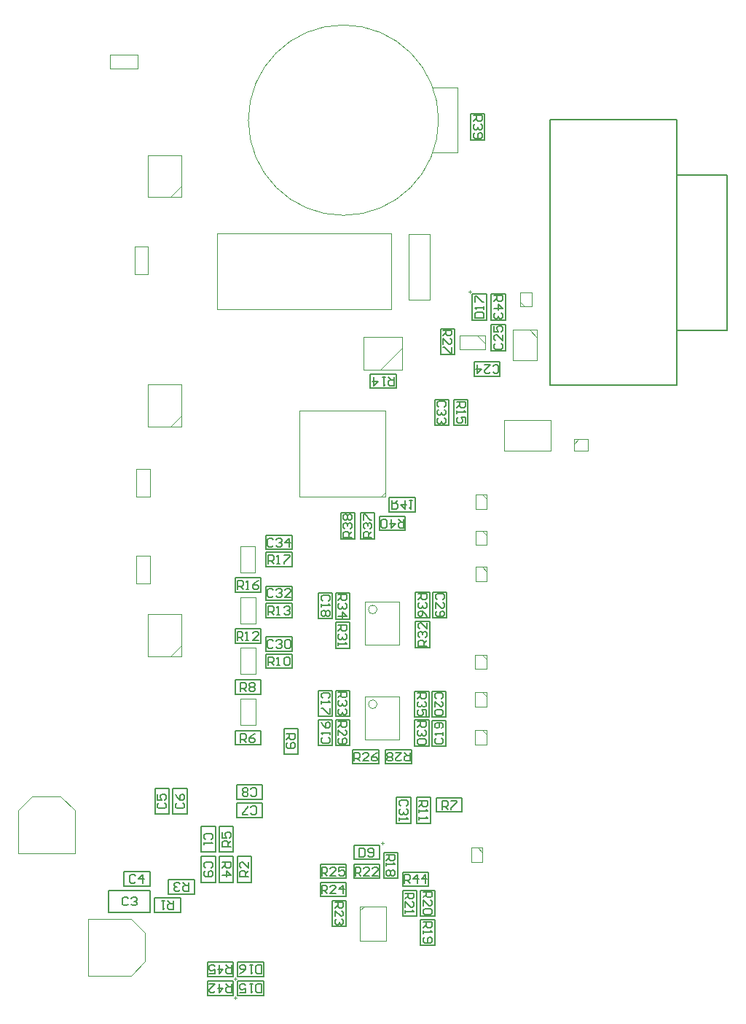
<source format=gbr>
%TF.GenerationSoftware,Altium Limited,Altium Designer,25.8.1 (18)*%
G04 Layer_Color=16711935*
%FSLAX45Y45*%
%MOMM*%
%TF.SameCoordinates,031978D1-9D18-463A-8735-F8186BF7E524*%
%TF.FilePolarity,Positive*%
%TF.FileFunction,Other,Mechanical_13*%
%TF.Part,Single*%
G01*
G75*
%TA.AperFunction,NonConductor*%
%ADD73C,0.10000*%
%ADD74C,0.20000*%
%ADD117C,0.15000*%
%ADD118C,0.17500*%
D73*
X4959984Y3611205D02*
G03*
X4959984Y3611205I-50000J0D01*
G01*
X3465039Y10391210D02*
G03*
X5675039Y10391210I1105000J0D01*
G01*
D02*
G03*
X3465039Y10391210I-1105000J0D01*
G01*
X4959987Y4711204D02*
G03*
X4959987Y4711204I-50000J0D01*
G01*
X4765038Y1216210D02*
X4815038Y1266210D01*
X4765038Y866210D02*
Y1266210D01*
Y866210D02*
X5065038D01*
Y1266210D01*
X4765038D02*
X5065038D01*
X5010039Y6021210D02*
X5060039Y6071210D01*
Y6021210D02*
Y7021210D01*
X4060039D02*
X5060039D01*
X4060039Y6021210D02*
Y7021210D01*
Y6021210D02*
X5060039D01*
X4819985Y3201205D02*
X5219984D01*
X4819985Y3701205D02*
X5219984D01*
Y3201205D02*
Y3701205D01*
X4819985Y3201205D02*
Y3701205D01*
X1605039Y461210D02*
X2100039D01*
X2265039Y626210D01*
Y956210D01*
X2100039Y1121210D02*
X2265039Y956210D01*
X1605039Y1121210D02*
X2100039D01*
X1605039Y461210D02*
Y1121210D01*
X5325461Y8307790D02*
X5574461D01*
X5325461Y9069790D02*
X5574461D01*
X5325461Y8307790D02*
Y9069790D01*
X5574461Y8307790D02*
Y9069790D01*
X5608939Y10766210D02*
X5895039D01*
Y10016210D02*
Y10766210D01*
X5608939Y10016210D02*
X5895039D01*
X4819987Y4301204D02*
Y4801204D01*
X5219987Y4301204D02*
Y4801204D01*
X4819987D02*
X5219987D01*
X4819987Y4301204D02*
X5219987D01*
X2161045Y5011173D02*
X2319046D01*
Y5331173D01*
X2161045D02*
X2319046D01*
X2161045Y5011173D02*
Y5331173D01*
X6220027Y7731251D02*
Y7891251D01*
X5920027Y7731251D02*
X6220027D01*
X5920027D02*
Y7891251D01*
X6220027D01*
X6125027D02*
X6220027Y7796251D01*
X2141032Y8921250D02*
X2299032D01*
X2141032Y8601250D02*
Y8921250D01*
Y8601250D02*
X2299032D01*
Y8921250D01*
X4805039Y7491710D02*
X5250039D01*
X4805039D02*
Y7876710D01*
X5250039D01*
Y7491710D02*
Y7876710D01*
X4996039Y7491710D02*
X5250039Y7745710D01*
X3547583Y4548716D02*
Y4853716D01*
X3372583Y4548716D02*
Y4853716D01*
Y4548716D02*
X3547583D01*
X3372583Y4853716D02*
X3547583D01*
X2295039Y9496210D02*
X2685039D01*
X2295039D02*
Y9986210D01*
X2685039D01*
Y9496210D02*
Y9986210D01*
X2558039Y9496210D02*
X2685039Y9623210D01*
X2161046Y6339819D02*
X2319046D01*
X2161046Y6019819D02*
Y6339819D01*
Y6019819D02*
X2319046D01*
Y6339819D01*
X1860039Y10992210D02*
X2180039D01*
X1860039D02*
Y11150211D01*
X2180039D01*
Y10992210D02*
Y11150211D01*
X6182539Y5203710D02*
X6235039Y5151210D01*
X6105038Y5203710D02*
X6235039D01*
X6105038Y5038710D02*
Y5203710D01*
Y5038710D02*
X6235039D01*
Y5203710D01*
X6232539Y3586009D02*
Y3751009D01*
X6102539Y3586009D02*
X6232539D01*
X6102539D02*
Y3751009D01*
X6232539D01*
X6180039D02*
X6232539Y3698509D01*
X6232538Y3144189D02*
Y3309189D01*
X6102538Y3144189D02*
X6232538D01*
X6102538D02*
Y3309189D01*
X6232538D01*
X6180038D02*
X6232538Y3256689D01*
X6182534Y6043752D02*
X6235034Y5991252D01*
X6105034Y6043752D02*
X6235034D01*
X6105034Y5878752D02*
Y6043752D01*
Y5878752D02*
X6235034D01*
Y6043752D01*
X6625046Y8228670D02*
Y8393670D01*
X6755046D01*
Y8228670D02*
Y8393670D01*
X6625046Y8228670D02*
X6755046D01*
X6625046Y8281170D02*
X6677546Y8228670D01*
X6822528Y7606250D02*
Y7956250D01*
X6537527Y7606250D02*
X6822528D01*
X6537527D02*
Y7956250D01*
X6822528D01*
X6732528D02*
X6822528Y7866250D01*
X3547587Y3958716D02*
Y4263716D01*
X3372587Y3958716D02*
Y4263716D01*
Y3958716D02*
X3547587D01*
X3372587Y4263716D02*
X3547587D01*
X3545039Y5143710D02*
Y5448710D01*
X3370038Y5143710D02*
Y5448710D01*
Y5143710D02*
X3545039D01*
X3370038Y5448710D02*
X3545039D01*
X6440039Y6550211D02*
X6980039D01*
X6440039D02*
Y6912210D01*
X6980039D01*
Y6550211D02*
Y6912210D01*
X6185039Y1776210D02*
Y1946210D01*
X6055039Y1776210D02*
X6185039D01*
X6055039D02*
Y1946210D01*
X6185039D01*
X6130039D02*
X6185039Y1891210D01*
X7247539Y6633710D02*
X7300039Y6686210D01*
X7247539Y6556210D02*
Y6686210D01*
Y6556210D02*
X7412539D01*
Y6686210D01*
X7247539D02*
X7412539D01*
X6232539Y4018711D02*
Y4183710D01*
X6102539Y4018711D02*
X6232539D01*
X6102539D02*
Y4183710D01*
X6232539D01*
X6180039D02*
X6232539Y4131210D01*
X6182533Y5623760D02*
X6235034Y5571260D01*
X6105033Y5623760D02*
X6235034D01*
X6105033Y5458760D02*
Y5623760D01*
Y5458760D02*
X6235034D01*
Y5623760D01*
X2558086Y4166228D02*
X2685086Y4293228D01*
Y4166228D02*
Y4656228D01*
X2295086D02*
X2685086D01*
X2295086Y4166228D02*
Y4656228D01*
Y4166228D02*
X2685086D01*
X3097539Y8200210D02*
Y9078210D01*
X5127539D01*
X3097539Y8200210D02*
X5127539D01*
Y9078210D01*
X3547538Y3368710D02*
Y3673710D01*
X3372538Y3368710D02*
Y3673710D01*
Y3368710D02*
X3547538D01*
X3372538Y3673710D02*
X3547538D01*
X1450039Y1881210D02*
Y2376210D01*
X1285039Y2541210D02*
X1450039Y2376210D01*
X955039Y2541210D02*
X1285039D01*
X790039Y2376210D02*
X955039Y2541210D01*
X790039Y1881210D02*
Y2376210D01*
Y1881210D02*
X1450039D01*
X2295082Y6836227D02*
X2685082D01*
X2295082D02*
Y7326227D01*
X2685082D01*
Y6836227D02*
Y7326227D01*
X2558082Y6836227D02*
X2685082Y6963227D01*
X6040041Y8384513D02*
Y8417835D01*
X6023380Y8401174D02*
X6056702D01*
X3326697Y203570D02*
X3293374D01*
X3310036Y186909D02*
Y220231D01*
X5003329Y2001199D02*
X5036651D01*
X5019990Y2017861D02*
Y1984538D01*
X3326698Y423570D02*
X3293375D01*
X3310037Y406909D02*
Y440232D01*
D74*
X8442039Y9754210D02*
X9032039D01*
Y7954210D02*
Y9754210D01*
X8442039Y7954210D02*
X9032039D01*
X6967039Y7312210D02*
X8442039D01*
Y10396210D01*
X6967039D02*
X8442039D01*
X6967039Y7312210D02*
Y10396210D01*
D117*
X4696749Y2951226D02*
Y3051194D01*
X4746732D01*
X4763394Y3034532D01*
Y3001210D01*
X4746732Y2984549D01*
X4696749D01*
X4730071D02*
X4763394Y2951226D01*
X4863361D02*
X4796716D01*
X4863361Y3017871D01*
Y3034532D01*
X4846700Y3051194D01*
X4813378D01*
X4796716Y3034532D01*
X4963329Y3051194D02*
X4930007Y3034532D01*
X4896684Y3001210D01*
Y2967887D01*
X4913346Y2951226D01*
X4946668D01*
X4963329Y2967887D01*
Y2984549D01*
X4946668Y3001210D01*
X4896684D01*
X5273262Y5759200D02*
Y5659233D01*
X5223278D01*
X5206617Y5675894D01*
Y5709216D01*
X5223278Y5725878D01*
X5273262D01*
X5239940D02*
X5206617Y5759200D01*
X5123311D02*
Y5659233D01*
X5173294Y5709216D01*
X5106649D01*
X5073327Y5675894D02*
X5056665Y5659233D01*
X5023343D01*
X5006682Y5675894D01*
Y5742539D01*
X5023343Y5759200D01*
X5056665D01*
X5073327Y5742539D01*
Y5675894D01*
X5134852Y5978781D02*
Y5878813D01*
X5184836D01*
X5201497Y5895474D01*
Y5928797D01*
X5184836Y5945458D01*
X5134852D01*
X5168174D02*
X5201497Y5978781D01*
X5284804D02*
Y5878813D01*
X5234820Y5928797D01*
X5301465D01*
X5334787Y5978781D02*
X5368110D01*
X5351449D01*
Y5878813D01*
X5334787Y5895474D01*
X3695079Y4651226D02*
Y4751194D01*
X3745063D01*
X3761724Y4734533D01*
Y4701210D01*
X3745063Y4684549D01*
X3695079D01*
X3728401D02*
X3761724Y4651226D01*
X3795047D02*
X3828369D01*
X3811708D01*
Y4751194D01*
X3795047Y4734533D01*
X3878353D02*
X3895015Y4751194D01*
X3928337D01*
X3944998Y4734533D01*
Y4717871D01*
X3928337Y4701210D01*
X3911676D01*
X3928337D01*
X3944998Y4684549D01*
Y4667888D01*
X3928337Y4651226D01*
X3895015D01*
X3878353Y4667888D01*
X3034961Y2044610D02*
X3051623Y2061271D01*
Y2094594D01*
X3034961Y2111255D01*
X2968316D01*
X2951655Y2094594D01*
Y2061271D01*
X2968316Y2044610D01*
X2951655Y2011287D02*
Y1977965D01*
Y1994626D01*
X3051623D01*
X3034961Y2011287D01*
X6080092Y10444511D02*
X6180060D01*
Y10394528D01*
X6163399Y10377866D01*
X6130076D01*
X6113415Y10394528D01*
Y10444511D01*
Y10411189D02*
X6080092Y10377866D01*
X6163399Y10344544D02*
X6180060Y10327882D01*
Y10294560D01*
X6163399Y10277899D01*
X6146737D01*
X6130076Y10294560D01*
Y10311221D01*
Y10294560D01*
X6113415Y10277899D01*
X6096754D01*
X6080092Y10294560D01*
Y10327882D01*
X6096754Y10344544D01*
Y10244576D02*
X6080092Y10227915D01*
Y10194592D01*
X6096754Y10177931D01*
X6163399D01*
X6180060Y10194592D01*
Y10227915D01*
X6163399Y10244576D01*
X6146737D01*
X6130076Y10227915D01*
Y10177931D01*
X5430100Y3744507D02*
X5530068D01*
Y3694523D01*
X5513407Y3677862D01*
X5480084D01*
X5463423Y3694523D01*
Y3744507D01*
Y3711184D02*
X5430100Y3677862D01*
X5513407Y3644539D02*
X5530068Y3627877D01*
Y3594555D01*
X5513407Y3577894D01*
X5496745D01*
X5480084Y3594555D01*
Y3611216D01*
Y3594555D01*
X5463423Y3577894D01*
X5446762D01*
X5430100Y3594555D01*
Y3627877D01*
X5446762Y3644539D01*
X5530068Y3477926D02*
Y3544571D01*
X5480084D01*
X5496745Y3511249D01*
Y3494587D01*
X5480084Y3477926D01*
X5446762D01*
X5430100Y3494587D01*
Y3527910D01*
X5446762Y3544571D01*
X4510114Y3754506D02*
X4610082D01*
Y3704522D01*
X4593420Y3687861D01*
X4560098D01*
X4543436Y3704522D01*
Y3754506D01*
Y3721183D02*
X4510114Y3687861D01*
X4593420Y3654538D02*
X4610082Y3637877D01*
Y3604554D01*
X4593420Y3587893D01*
X4576759D01*
X4560098Y3604554D01*
Y3621216D01*
Y3604554D01*
X4543436Y3587893D01*
X4526775D01*
X4510114Y3604554D01*
Y3637877D01*
X4526775Y3654538D01*
X4593420Y3554570D02*
X4610082Y3537909D01*
Y3504586D01*
X4593420Y3487925D01*
X4576759D01*
X4560098Y3504586D01*
Y3521248D01*
Y3504586D01*
X4543436Y3487925D01*
X4526775D01*
X4510114Y3504586D01*
Y3537909D01*
X4526775Y3554570D01*
X4899985Y5547913D02*
X4800017D01*
Y5597897D01*
X4816678Y5614558D01*
X4850001D01*
X4866662Y5597897D01*
Y5547913D01*
Y5581236D02*
X4899985Y5614558D01*
X4816678Y5647881D02*
X4800017Y5664543D01*
Y5697865D01*
X4816678Y5714526D01*
X4833340D01*
X4850001Y5697865D01*
Y5681204D01*
Y5697865D01*
X4866662Y5714526D01*
X4883323D01*
X4899985Y5697865D01*
Y5664543D01*
X4883323Y5647881D01*
X4800017Y5747849D02*
Y5814494D01*
X4816678D01*
X4883323Y5747849D01*
X4899985D01*
X3754565Y5523283D02*
X3737904Y5539944D01*
X3704581D01*
X3687920Y5523283D01*
Y5456638D01*
X3704581Y5439976D01*
X3737904D01*
X3754565Y5456638D01*
X3787888Y5523283D02*
X3804549Y5539944D01*
X3837871D01*
X3854533Y5523283D01*
Y5506621D01*
X3837871Y5489960D01*
X3821210D01*
X3837871D01*
X3854533Y5473299D01*
Y5456638D01*
X3837871Y5439976D01*
X3804549D01*
X3787888Y5456638D01*
X3937839Y5439976D02*
Y5539944D01*
X3887855Y5489960D01*
X3954500D01*
X5276746Y1531267D02*
Y1631234D01*
X5326730D01*
X5343391Y1614573D01*
Y1581251D01*
X5326730Y1564589D01*
X5276746D01*
X5310069D02*
X5343391Y1531267D01*
X5426698D02*
Y1631234D01*
X5376714Y1581251D01*
X5443359D01*
X5526666Y1531267D02*
Y1631234D01*
X5476682Y1581251D01*
X5543327D01*
X3273292Y363514D02*
Y263546D01*
X3223308D01*
X3206647Y280208D01*
Y313530D01*
X3223308Y330192D01*
X3273292D01*
X3239969D02*
X3206647Y363514D01*
X3123340D02*
Y263546D01*
X3173324Y313530D01*
X3106679D01*
X3006711Y363514D02*
X3073356D01*
X3006711Y296869D01*
Y280208D01*
X3023372Y263546D01*
X3056695D01*
X3073356Y280208D01*
X3273292Y583515D02*
Y483548D01*
X3223308D01*
X3206647Y500209D01*
Y533532D01*
X3223308Y550193D01*
X3273292D01*
X3239969D02*
X3206647Y583515D01*
X3123340D02*
Y483548D01*
X3173324Y533532D01*
X3106679D01*
X3006711Y483548D02*
X3073356D01*
Y533532D01*
X3040034Y516870D01*
X3023372D01*
X3006711Y533532D01*
Y566854D01*
X3023372Y583515D01*
X3056695D01*
X3073356Y566854D01*
X3614996Y483587D02*
Y583555D01*
X3565012D01*
X3548351Y566893D01*
Y500248D01*
X3565012Y483587D01*
X3614996D01*
X3515028Y583555D02*
X3481706D01*
X3498367D01*
Y483587D01*
X3515028Y500248D01*
X3365077Y483587D02*
X3398399Y500248D01*
X3431722Y533571D01*
Y566893D01*
X3415060Y583555D01*
X3381738D01*
X3365077Y566893D01*
Y550232D01*
X3381738Y533571D01*
X3431722D01*
X4510111Y4884506D02*
X4610079D01*
Y4834522D01*
X4593418Y4817861D01*
X4560095D01*
X4543434Y4834522D01*
Y4884506D01*
Y4851184D02*
X4510111Y4817861D01*
X4593418Y4784539D02*
X4610079Y4767877D01*
Y4734555D01*
X4593418Y4717894D01*
X4576756D01*
X4560095Y4734555D01*
Y4751216D01*
Y4734555D01*
X4543434Y4717894D01*
X4526773D01*
X4510111Y4734555D01*
Y4767877D01*
X4526773Y4784539D01*
X4510111Y4634587D02*
X4610079D01*
X4560095Y4684571D01*
Y4617926D01*
X4669986Y5547913D02*
X4570018D01*
Y5597897D01*
X4586680Y5614558D01*
X4620002D01*
X4636664Y5597897D01*
Y5547913D01*
Y5581235D02*
X4669986Y5614558D01*
X4586680Y5647881D02*
X4570018Y5664542D01*
Y5697865D01*
X4586680Y5714526D01*
X4603341D01*
X4620002Y5697865D01*
Y5681203D01*
Y5697865D01*
X4636664Y5714526D01*
X4653325D01*
X4669986Y5697865D01*
Y5664542D01*
X4653325Y5647881D01*
X4586680Y5747849D02*
X4570018Y5764510D01*
Y5797832D01*
X4586680Y5814494D01*
X4603341D01*
X4620002Y5797832D01*
X4636664Y5814494D01*
X4653325D01*
X4669986Y5797832D01*
Y5764510D01*
X4653325Y5747849D01*
X4636664D01*
X4620002Y5764510D01*
X4603341Y5747849D01*
X4586680D01*
X4620002Y5764510D02*
Y5797832D01*
X6100057Y8096214D02*
X6200025D01*
Y8146198D01*
X6183364Y8162859D01*
X6116719D01*
X6100057Y8146198D01*
Y8096214D01*
X6200025Y8196182D02*
Y8229505D01*
Y8212844D01*
X6100057D01*
X6116719Y8196182D01*
X6100057Y8279489D02*
Y8346134D01*
X6116719D01*
X6183364Y8279489D01*
X6200025D01*
X6320094Y8354503D02*
X6420062D01*
Y8304519D01*
X6403401Y8287858D01*
X6370078D01*
X6353417Y8304519D01*
Y8354503D01*
Y8321180D02*
X6320094Y8287858D01*
Y8204551D02*
X6420062D01*
X6370078Y8254535D01*
Y8187890D01*
X6403401Y8154567D02*
X6420062Y8137906D01*
Y8104583D01*
X6403401Y8087922D01*
X6386739D01*
X6370078Y8104583D01*
Y8121245D01*
Y8104583D01*
X6353417Y8087922D01*
X6336756D01*
X6320094Y8104583D01*
Y8137906D01*
X6336756Y8154567D01*
X3614995Y263587D02*
Y363555D01*
X3565011D01*
X3548350Y346893D01*
Y280248D01*
X3565011Y263587D01*
X3614995D01*
X3515027Y363555D02*
X3481704D01*
X3498366D01*
Y263587D01*
X3515027Y280248D01*
X3365076Y263587D02*
X3431721D01*
Y313571D01*
X3398398Y296909D01*
X3381737D01*
X3365076Y313571D01*
Y346893D01*
X3381737Y363555D01*
X3415059D01*
X3431721Y346893D01*
X5440098Y4894506D02*
X5540066D01*
Y4844522D01*
X5523405Y4827861D01*
X5490082D01*
X5473421Y4844522D01*
Y4894506D01*
Y4861184D02*
X5440098Y4827861D01*
X5523405Y4794538D02*
X5540066Y4777877D01*
Y4744554D01*
X5523405Y4727893D01*
X5506743D01*
X5490082Y4744554D01*
Y4761216D01*
Y4744554D01*
X5473421Y4727893D01*
X5456760D01*
X5440098Y4744554D01*
Y4777877D01*
X5456760Y4794538D01*
X5540066Y4627925D02*
X5523405Y4661248D01*
X5490082Y4694570D01*
X5456760D01*
X5440098Y4677909D01*
Y4644587D01*
X5456760Y4627925D01*
X5473421D01*
X5490082Y4644587D01*
Y4694570D01*
X5744823Y7065152D02*
X5761484Y7081813D01*
Y7115136D01*
X5744823Y7131797D01*
X5678178D01*
X5661516Y7115136D01*
Y7081813D01*
X5678178Y7065152D01*
X5744823Y7031829D02*
X5761484Y7015168D01*
Y6981846D01*
X5744823Y6965184D01*
X5728162D01*
X5711500Y6981846D01*
Y6998507D01*
Y6981846D01*
X5694839Y6965184D01*
X5678178D01*
X5661516Y6981846D01*
Y7015168D01*
X5678178Y7031829D01*
X5744823Y6931862D02*
X5761484Y6915200D01*
Y6881878D01*
X5744823Y6865217D01*
X5728162D01*
X5711500Y6881878D01*
Y6898539D01*
Y6881878D01*
X5694839Y6865217D01*
X5678178D01*
X5661516Y6881878D01*
Y6915200D01*
X5678178Y6931862D01*
X5539981Y4287915D02*
X5440014D01*
Y4337899D01*
X5456675Y4354560D01*
X5489997D01*
X5506659Y4337899D01*
Y4287915D01*
Y4321237D02*
X5539981Y4354560D01*
X5456675Y4387883D02*
X5440014Y4404544D01*
Y4437866D01*
X5456675Y4454528D01*
X5473336D01*
X5489997Y4437866D01*
Y4421205D01*
Y4437866D01*
X5506659Y4454528D01*
X5523320D01*
X5539981Y4437866D01*
Y4404544D01*
X5523320Y4387883D01*
X5539981Y4554495D02*
Y4487850D01*
X5473336Y4554495D01*
X5456675D01*
X5440014Y4537834D01*
Y4504512D01*
X5456675Y4487850D01*
X6336717Y7799565D02*
X6320055Y7782904D01*
Y7749581D01*
X6336717Y7732920D01*
X6403362D01*
X6420023Y7749581D01*
Y7782904D01*
X6403362Y7799565D01*
X6420023Y7899533D02*
Y7832888D01*
X6353378Y7899533D01*
X6336717D01*
X6320055Y7882871D01*
Y7849549D01*
X6336717Y7832888D01*
X6320055Y7999500D02*
Y7932855D01*
X6370039D01*
X6353378Y7966178D01*
Y7982839D01*
X6370039Y7999500D01*
X6403362D01*
X6420023Y7982839D01*
Y7949517D01*
X6403362Y7932855D01*
X5343334Y3051147D02*
Y2951180D01*
X5293350D01*
X5276689Y2967841D01*
Y3001163D01*
X5293350Y3017825D01*
X5343334D01*
X5310012D02*
X5276689Y3051147D01*
X5176721D02*
X5243366D01*
X5176721Y2984502D01*
Y2967841D01*
X5193383Y2951180D01*
X5226705D01*
X5243366Y2967841D01*
X5143399D02*
X5126737Y2951180D01*
X5093415D01*
X5076754Y2967841D01*
Y2984502D01*
X5093415Y3001163D01*
X5076754Y3017825D01*
Y3034486D01*
X5093415Y3051147D01*
X5126737D01*
X5143399Y3034486D01*
Y3017825D01*
X5126737Y3001163D01*
X5143399Y2984502D01*
Y2967841D01*
X5126737Y3001163D02*
X5093415D01*
X4316737Y1621270D02*
Y1721238D01*
X4366721D01*
X4383382Y1704576D01*
Y1671254D01*
X4366721Y1654593D01*
X4316737D01*
X4350059D02*
X4383382Y1621270D01*
X4483349D02*
X4416704D01*
X4483349Y1687915D01*
Y1704576D01*
X4466688Y1721238D01*
X4433366D01*
X4416704Y1704576D01*
X4583317Y1721238D02*
X4516672D01*
Y1671254D01*
X4549995Y1687915D01*
X4566656D01*
X4583317Y1671254D01*
Y1637931D01*
X4566656Y1621270D01*
X4533334D01*
X4516672Y1637931D01*
X5500043Y1086216D02*
X5600010D01*
Y1036232D01*
X5583349Y1019571D01*
X5550026D01*
X5533365Y1036232D01*
Y1086216D01*
Y1052893D02*
X5500043Y1019571D01*
Y986248D02*
Y952926D01*
Y969587D01*
X5600010D01*
X5583349Y986248D01*
X5516704Y902942D02*
X5500043Y886280D01*
Y852958D01*
X5516704Y836297D01*
X5583349D01*
X5600010Y852958D01*
Y886280D01*
X5583349Y902942D01*
X5566688D01*
X5550026Y886280D01*
Y836297D01*
X4470103Y1314512D02*
X4570071D01*
Y1264528D01*
X4553409Y1247867D01*
X4520087D01*
X4503426Y1264528D01*
Y1314512D01*
Y1281189D02*
X4470103Y1247867D01*
Y1147899D02*
Y1214544D01*
X4536748Y1147899D01*
X4553409D01*
X4570071Y1164560D01*
Y1197883D01*
X4553409Y1214544D01*
Y1114576D02*
X4570071Y1097915D01*
Y1064592D01*
X4553409Y1047931D01*
X4536748D01*
X4520087Y1064592D01*
Y1081254D01*
Y1064592D01*
X4503426Y1047931D01*
X4486764D01*
X4470103Y1064592D01*
Y1097915D01*
X4486764Y1114576D01*
X5290044Y1417882D02*
X5390011D01*
Y1367898D01*
X5373350Y1351237D01*
X5340027D01*
X5323366Y1367898D01*
Y1417882D01*
Y1384559D02*
X5290044Y1351237D01*
Y1251269D02*
Y1317914D01*
X5356689Y1251269D01*
X5373350D01*
X5390011Y1267930D01*
Y1301253D01*
X5373350Y1317914D01*
X5290044Y1217946D02*
Y1184624D01*
Y1201285D01*
X5390011D01*
X5373350Y1217946D01*
X5156538Y7411194D02*
Y7311226D01*
X5106554D01*
X5089893Y7327888D01*
Y7361210D01*
X5106554Y7377871D01*
X5156538D01*
X5123216D02*
X5089893Y7411194D01*
X5056570D02*
X5023248D01*
X5039909D01*
Y7311226D01*
X5056570Y7327888D01*
X4923280Y7411194D02*
Y7311226D01*
X4973264Y7361210D01*
X4906619D01*
X5730091Y7954512D02*
X5830059D01*
Y7904528D01*
X5813398Y7887867D01*
X5780075D01*
X5763414Y7904528D01*
Y7954512D01*
Y7921189D02*
X5730091Y7887867D01*
Y7787899D02*
Y7854544D01*
X5796736Y7787899D01*
X5813398D01*
X5830059Y7804560D01*
Y7837883D01*
X5813398Y7854544D01*
X5830059Y7754576D02*
Y7687931D01*
X5813398D01*
X5746753Y7754576D01*
X5730091D01*
X5500100Y1434512D02*
X5600068D01*
Y1384528D01*
X5583406Y1367867D01*
X5550084D01*
X5533422Y1384528D01*
Y1434512D01*
Y1401189D02*
X5500100Y1367867D01*
Y1267899D02*
Y1334544D01*
X5566745Y1267899D01*
X5583406D01*
X5600068Y1284560D01*
Y1317883D01*
X5583406Y1334544D01*
Y1234576D02*
X5600068Y1217915D01*
Y1184592D01*
X5583406Y1167931D01*
X5516761D01*
X5500100Y1184592D01*
Y1217915D01*
X5516761Y1234576D01*
X5583406D01*
X4756684Y1941183D02*
Y1841216D01*
X4806668D01*
X4823329Y1857877D01*
Y1924522D01*
X4806668Y1941183D01*
X4756684D01*
X4856651Y1857877D02*
X4873313Y1841216D01*
X4906635D01*
X4923296Y1857877D01*
Y1924522D01*
X4906635Y1941183D01*
X4873313D01*
X4856651Y1924522D01*
Y1907861D01*
X4873313Y1891199D01*
X4923296D01*
X5713356Y3677893D02*
X5730017Y3694554D01*
Y3727876D01*
X5713356Y3744538D01*
X5646711D01*
X5630050Y3727876D01*
Y3694554D01*
X5646711Y3677893D01*
X5630050Y3577925D02*
Y3644570D01*
X5696695Y3577925D01*
X5713356D01*
X5730017Y3594586D01*
Y3627908D01*
X5713356Y3644570D01*
Y3544602D02*
X5730017Y3527941D01*
Y3494618D01*
X5713356Y3477957D01*
X5646711D01*
X5630050Y3494618D01*
Y3527941D01*
X5646711Y3544602D01*
X5713356D01*
X5450056Y2487969D02*
X5550023D01*
Y2437985D01*
X5533362Y2421324D01*
X5500040D01*
X5483378Y2437985D01*
Y2487969D01*
Y2454647D02*
X5450056Y2421324D01*
Y2388001D02*
Y2354679D01*
Y2371340D01*
X5550023D01*
X5533362Y2388001D01*
X5450056Y2304695D02*
Y2271372D01*
Y2288034D01*
X5550023D01*
X5533362Y2304695D01*
X5646716Y3215595D02*
X5630055Y3198934D01*
Y3165611D01*
X5646716Y3148950D01*
X5713361D01*
X5730023Y3165611D01*
Y3198934D01*
X5713361Y3215595D01*
X5730023Y3248918D02*
Y3282240D01*
Y3265579D01*
X5630055D01*
X5646716Y3248918D01*
X5713361Y3332224D02*
X5730023Y3348886D01*
Y3382208D01*
X5713361Y3398869D01*
X5646716D01*
X5630055Y3382208D01*
Y3348886D01*
X5646716Y3332224D01*
X5663378D01*
X5680039Y3348886D01*
Y3398869D01*
X3695040Y5241221D02*
Y5341189D01*
X3745024D01*
X3761685Y5324528D01*
Y5291205D01*
X3745024Y5274544D01*
X3695040D01*
X3728363D02*
X3761685Y5241221D01*
X3795008D02*
X3828331D01*
X3811670D01*
Y5341189D01*
X3795008Y5324528D01*
X3878315Y5341189D02*
X3944960D01*
Y5324528D01*
X3878315Y5257883D01*
Y5241221D01*
X4510050Y4527895D02*
X4610018D01*
Y4477912D01*
X4593356Y4461250D01*
X4560034D01*
X4543372Y4477912D01*
Y4527895D01*
Y4494573D02*
X4510050Y4461250D01*
X4593356Y4427928D02*
X4610018Y4411266D01*
Y4377944D01*
X4593356Y4361283D01*
X4576695D01*
X4560034Y4377944D01*
Y4394605D01*
Y4377944D01*
X4543372Y4361283D01*
X4526711D01*
X4510050Y4377944D01*
Y4411266D01*
X4526711Y4427928D01*
X4510050Y4327960D02*
Y4294637D01*
Y4311298D01*
X4610018D01*
X4593356Y4327960D01*
X4510113Y3414506D02*
X4610081D01*
Y3364522D01*
X4593419Y3347861D01*
X4560097D01*
X4543435Y3364522D01*
Y3414506D01*
Y3381184D02*
X4510113Y3347861D01*
Y3247893D02*
Y3314538D01*
X4576758Y3247893D01*
X4593419D01*
X4610081Y3264555D01*
Y3297877D01*
X4593419Y3314538D01*
X4526774Y3214571D02*
X4510113Y3197909D01*
Y3164587D01*
X4526774Y3147926D01*
X4593419D01*
X4610081Y3164587D01*
Y3197909D01*
X4593419Y3214571D01*
X4576758D01*
X4560097Y3197909D01*
Y3147926D01*
X5070044Y1866221D02*
X5170012D01*
Y1816237D01*
X5153350Y1799576D01*
X5120028D01*
X5103366Y1816237D01*
Y1866221D01*
Y1832898D02*
X5070044Y1799576D01*
Y1766253D02*
Y1732930D01*
Y1749591D01*
X5170012D01*
X5153350Y1766253D01*
Y1682946D02*
X5170012Y1666285D01*
Y1632962D01*
X5153350Y1616301D01*
X5136689D01*
X5120028Y1632962D01*
X5103366Y1616301D01*
X5086705D01*
X5070044Y1632962D01*
Y1666285D01*
X5086705Y1682946D01*
X5103366D01*
X5120028Y1666285D01*
X5136689Y1682946D01*
X5153350D01*
X5120028Y1666285D02*
Y1632962D01*
X5303362Y2428495D02*
X5320023Y2445156D01*
Y2478478D01*
X5303362Y2495140D01*
X5236717D01*
X5220055Y2478478D01*
Y2445156D01*
X5236717Y2428495D01*
X5303362Y2395172D02*
X5320023Y2378510D01*
Y2345188D01*
X5303362Y2328527D01*
X5286700D01*
X5270039Y2345188D01*
Y2361849D01*
Y2345188D01*
X5253378Y2328527D01*
X5236717D01*
X5220055Y2345188D01*
Y2378510D01*
X5236717Y2395172D01*
X5220055Y2295204D02*
Y2261881D01*
Y2278543D01*
X5320023D01*
X5303362Y2295204D01*
X6306684Y7467888D02*
X6323345Y7451227D01*
X6356668D01*
X6373329Y7467888D01*
Y7534533D01*
X6356668Y7551194D01*
X6323345D01*
X6306684Y7534533D01*
X6206716Y7551194D02*
X6273361D01*
X6206716Y7484549D01*
Y7467888D01*
X6223377Y7451227D01*
X6256700D01*
X6273361Y7467888D01*
X6123410Y7551194D02*
Y7451227D01*
X6173394Y7501211D01*
X6106749D01*
X4706737Y1621276D02*
Y1721244D01*
X4756721D01*
X4773382Y1704583D01*
Y1671260D01*
X4756721Y1654599D01*
X4706737D01*
X4740059D02*
X4773382Y1621276D01*
X4873350D02*
X4806705D01*
X4873350Y1687921D01*
Y1704583D01*
X4856689Y1721244D01*
X4823366D01*
X4806705Y1704583D01*
X4973317Y1621276D02*
X4906672D01*
X4973317Y1687921D01*
Y1704583D01*
X4956656Y1721244D01*
X4923334D01*
X4906672Y1704583D01*
X4316737Y1411272D02*
Y1511240D01*
X4366721D01*
X4383382Y1494578D01*
Y1461256D01*
X4366721Y1444594D01*
X4316737D01*
X4350060D02*
X4383382Y1411272D01*
X4483350D02*
X4416705D01*
X4483350Y1477917D01*
Y1494578D01*
X4466689Y1511240D01*
X4433367D01*
X4416705Y1494578D01*
X4566657Y1411272D02*
Y1511240D01*
X4516673Y1461256D01*
X4583318D01*
X5723356Y4827905D02*
X5740017Y4844566D01*
Y4877889D01*
X5723356Y4894550D01*
X5656711D01*
X5640050Y4877889D01*
Y4844566D01*
X5656711Y4827905D01*
X5640050Y4727937D02*
Y4794582D01*
X5706695Y4727937D01*
X5723356D01*
X5740017Y4744598D01*
Y4777921D01*
X5723356Y4794582D01*
X5656711Y4694614D02*
X5640050Y4677953D01*
Y4644631D01*
X5656711Y4627969D01*
X5723356D01*
X5740017Y4644631D01*
Y4677953D01*
X5723356Y4694614D01*
X5706695D01*
X5690034Y4677953D01*
Y4627969D01*
X5885086Y7122252D02*
X5985054D01*
Y7072268D01*
X5968392Y7055607D01*
X5935070D01*
X5918409Y7072268D01*
Y7122252D01*
Y7088929D02*
X5885086Y7055607D01*
Y7022284D02*
Y6988961D01*
Y7005623D01*
X5985054D01*
X5968392Y7022284D01*
X5985054Y6872332D02*
Y6938977D01*
X5935070D01*
X5951731Y6905655D01*
Y6888994D01*
X5935070Y6872332D01*
X5901747D01*
X5885086Y6888994D01*
Y6922316D01*
X5901747Y6938977D01*
X5430055Y3409501D02*
X5530023D01*
Y3359517D01*
X5513361Y3342856D01*
X5480039D01*
X5463377Y3359517D01*
Y3409501D01*
Y3376178D02*
X5430055Y3342856D01*
X5513361Y3309533D02*
X5530023Y3292872D01*
Y3259549D01*
X5513361Y3242888D01*
X5496700D01*
X5480039Y3259549D01*
Y3276211D01*
Y3259549D01*
X5463377Y3242888D01*
X5446716D01*
X5430055Y3259549D01*
Y3292872D01*
X5446716Y3309533D01*
X5513361Y3209565D02*
X5530023Y3192904D01*
Y3159581D01*
X5513361Y3142920D01*
X5446716D01*
X5430055Y3159581D01*
Y3192904D01*
X5446716Y3209565D01*
X5513361D01*
X4393362Y4812224D02*
X4410023Y4828885D01*
Y4862207D01*
X4393362Y4878869D01*
X4326717D01*
X4310055Y4862207D01*
Y4828885D01*
X4326717Y4812224D01*
X4310055Y4778901D02*
Y4745579D01*
Y4762240D01*
X4410023D01*
X4393362Y4778901D01*
Y4695595D02*
X4410023Y4678933D01*
Y4645611D01*
X4393362Y4628950D01*
X4376700D01*
X4360039Y4645611D01*
X4343378Y4628950D01*
X4326717D01*
X4310055Y4645611D01*
Y4678933D01*
X4326717Y4695595D01*
X4343378D01*
X4360039Y4678933D01*
X4376700Y4695595D01*
X4393362D01*
X4360039Y4678933D02*
Y4645611D01*
X3754528Y4933278D02*
X3737867Y4949940D01*
X3704545D01*
X3687883Y4933278D01*
Y4866633D01*
X3704545Y4849972D01*
X3737867D01*
X3754528Y4866633D01*
X3787851Y4933278D02*
X3804513Y4949940D01*
X3837835D01*
X3854496Y4933278D01*
Y4916617D01*
X3837835Y4899956D01*
X3821174D01*
X3837835D01*
X3854496Y4883295D01*
Y4866633D01*
X3837835Y4849972D01*
X3804513D01*
X3787851Y4866633D01*
X3954464Y4849972D02*
X3887819D01*
X3954464Y4916617D01*
Y4933278D01*
X3937803Y4949940D01*
X3904480D01*
X3887819Y4933278D01*
X4326722Y3222857D02*
X4310060Y3206196D01*
Y3172873D01*
X4326722Y3156212D01*
X4393367D01*
X4410028Y3172873D01*
Y3206196D01*
X4393367Y3222857D01*
X4410028Y3256179D02*
Y3289502D01*
Y3272841D01*
X4310060D01*
X4326722Y3256179D01*
X4310060Y3406131D02*
X4326722Y3372808D01*
X4360044Y3339486D01*
X4393367D01*
X4410028Y3356147D01*
Y3389470D01*
X4393367Y3406131D01*
X4376705D01*
X4360044Y3389470D01*
Y3339486D01*
X3335079Y4351226D02*
Y4451194D01*
X3385063D01*
X3401724Y4434533D01*
Y4401210D01*
X3385063Y4384549D01*
X3335079D01*
X3368402D02*
X3401724Y4351226D01*
X3435047D02*
X3468369D01*
X3451708D01*
Y4451194D01*
X3435047Y4434533D01*
X3584998Y4351226D02*
X3518353D01*
X3584998Y4417871D01*
Y4434533D01*
X3568337Y4451194D01*
X3535015D01*
X3518353Y4434533D01*
X3756105Y4343459D02*
X3739444Y4360121D01*
X3706121D01*
X3689460Y4343459D01*
Y4276814D01*
X3706121Y4260153D01*
X3739444D01*
X3756105Y4276814D01*
X3789428Y4343459D02*
X3806089Y4360121D01*
X3839411D01*
X3856073Y4343459D01*
Y4326798D01*
X3839411Y4310137D01*
X3822750D01*
X3839411D01*
X3856073Y4293476D01*
Y4276814D01*
X3839411Y4260153D01*
X3806089D01*
X3789428Y4276814D01*
X3889395Y4343459D02*
X3906057Y4360121D01*
X3939379D01*
X3956040Y4343459D01*
Y4276814D01*
X3939379Y4260153D01*
X3906057D01*
X3889395Y4276814D01*
Y4343459D01*
X3696618Y4061226D02*
Y4161194D01*
X3746602D01*
X3763263Y4144532D01*
Y4111210D01*
X3746602Y4094549D01*
X3696618D01*
X3729941D02*
X3763263Y4061226D01*
X3796586D02*
X3829909D01*
X3813247D01*
Y4161194D01*
X3796586Y4144532D01*
X3879892D02*
X3896554Y4161194D01*
X3929876D01*
X3946537Y4144532D01*
Y4077887D01*
X3929876Y4061226D01*
X3896554D01*
X3879892Y4077887D01*
Y4144532D01*
X3336619Y4944333D02*
Y5044301D01*
X3386603D01*
X3403264Y5027639D01*
Y4994317D01*
X3386603Y4977655D01*
X3336619D01*
X3369941D02*
X3403264Y4944333D01*
X3436586D02*
X3469909D01*
X3453248D01*
Y5044301D01*
X3436586Y5027639D01*
X3586538Y5044301D02*
X3553215Y5027639D01*
X3519893Y4994317D01*
Y4960994D01*
X3536554Y4944333D01*
X3569877D01*
X3586538Y4960994D01*
Y4977655D01*
X3569877Y4994317D01*
X3519893D01*
X2066877Y1358033D02*
X2050216Y1374694D01*
X2016894D01*
X2000232Y1358033D01*
Y1291388D01*
X2016894Y1274726D01*
X2050216D01*
X2066877Y1291388D01*
X2100200Y1358033D02*
X2116861Y1374694D01*
X2150184D01*
X2166845Y1358033D01*
Y1341371D01*
X2150184Y1324710D01*
X2133523D01*
X2150184D01*
X2166845Y1308049D01*
Y1291388D01*
X2150184Y1274726D01*
X2116861D01*
X2100200Y1291388D01*
X3158455Y1777916D02*
X3258423D01*
Y1727932D01*
X3241762Y1711271D01*
X3208439D01*
X3191778Y1727932D01*
Y1777916D01*
Y1744593D02*
X3158455Y1711271D01*
Y1627964D02*
X3258423D01*
X3208439Y1677948D01*
Y1611303D01*
X3034612Y1711271D02*
X3051273Y1727932D01*
Y1761255D01*
X3034612Y1777916D01*
X2967967D01*
X2951305Y1761255D01*
Y1727932D01*
X2967967Y1711271D01*
Y1677948D02*
X2951305Y1661287D01*
Y1627964D01*
X2967967Y1611303D01*
X3034612D01*
X3051273Y1627964D01*
Y1661287D01*
X3034612Y1677948D01*
X3017950D01*
X3001289Y1661287D01*
Y1611303D01*
X3494599Y2346348D02*
X3511260Y2329686D01*
X3544583D01*
X3561244Y2346348D01*
Y2412993D01*
X3544583Y2429654D01*
X3511260D01*
X3494599Y2412993D01*
X3461277Y2329686D02*
X3394632D01*
Y2346348D01*
X3461277Y2412993D01*
Y2429654D01*
X3376675Y3171210D02*
Y3271178D01*
X3426659D01*
X3443321Y3254516D01*
Y3221194D01*
X3426659Y3204533D01*
X3376675D01*
X3409998D02*
X3443321Y3171210D01*
X3543288Y3271178D02*
X3509966Y3254516D01*
X3476643Y3221194D01*
Y3187871D01*
X3493305Y3171210D01*
X3526627D01*
X3543288Y3187871D01*
Y3204533D01*
X3526627Y3221194D01*
X3476643D01*
X3376680Y3761210D02*
Y3861178D01*
X3426663D01*
X3443325Y3844516D01*
Y3811194D01*
X3426663Y3794532D01*
X3376680D01*
X3410002D02*
X3443325Y3761210D01*
X3476647Y3844516D02*
X3493309Y3861178D01*
X3526631D01*
X3543292Y3844516D01*
Y3827855D01*
X3526631Y3811194D01*
X3543292Y3794532D01*
Y3777871D01*
X3526631Y3761210D01*
X3493309D01*
X3476647Y3777871D01*
Y3794532D01*
X3493309Y3811194D01*
X3476647Y3827855D01*
Y3844516D01*
X3493309Y3811194D02*
X3526631D01*
X2427868Y2467649D02*
X2411207Y2450988D01*
Y2417665D01*
X2427868Y2401004D01*
X2494513D01*
X2511175Y2417665D01*
Y2450988D01*
X2494513Y2467649D01*
X2411207Y2567617D02*
Y2500972D01*
X2461191D01*
X2444530Y2534294D01*
Y2550956D01*
X2461191Y2567617D01*
X2494513D01*
X2511175Y2550956D01*
Y2517633D01*
X2494513Y2500972D01*
X3466992Y1611303D02*
X3367024D01*
Y1661287D01*
X3383685Y1677948D01*
X3417008D01*
X3433669Y1661287D01*
Y1611303D01*
Y1644626D02*
X3466992Y1677948D01*
Y1777916D02*
Y1711271D01*
X3400347Y1777916D01*
X3383685D01*
X3367024Y1761255D01*
Y1727933D01*
X3383685Y1711271D01*
X2152978Y1616133D02*
X2136317Y1632794D01*
X2102994D01*
X2086333Y1616133D01*
Y1549488D01*
X2102994Y1532826D01*
X2136317D01*
X2152978Y1549488D01*
X2236284Y1532826D02*
Y1632794D01*
X2186300Y1582810D01*
X2252945D01*
X5716678Y2391210D02*
Y2491178D01*
X5766662D01*
X5783323Y2474517D01*
Y2441194D01*
X5766662Y2424533D01*
X5716678D01*
X5750000D02*
X5783323Y2391210D01*
X5816646Y2491178D02*
X5883291D01*
Y2474517D01*
X5816646Y2407871D01*
Y2391210D01*
X4393356Y3679570D02*
X4410018Y3696231D01*
Y3729553D01*
X4393356Y3746215D01*
X4326711D01*
X4310050Y3729553D01*
Y3696231D01*
X4326711Y3679570D01*
X4310050Y3646247D02*
Y3612924D01*
Y3629586D01*
X4410018D01*
X4393356Y3646247D01*
X4410018Y3562941D02*
Y3496296D01*
X4393356D01*
X4326711Y3562941D01*
X4310050D01*
X3494600Y2556288D02*
X3511261Y2539627D01*
X3544584D01*
X3561245Y2556288D01*
Y2622933D01*
X3544584Y2639594D01*
X3511261D01*
X3494600Y2622933D01*
X3461277Y2556288D02*
X3444616Y2539627D01*
X3411293D01*
X3394632Y2556288D01*
Y2572949D01*
X3411293Y2589611D01*
X3394632Y2606272D01*
Y2622933D01*
X3411293Y2639594D01*
X3444616D01*
X3461277Y2622933D01*
Y2606272D01*
X3444616Y2589611D01*
X3461277Y2572949D01*
Y2556288D01*
X3444616Y2589611D02*
X3411293D01*
X3258423Y1960003D02*
X3158455D01*
Y2009987D01*
X3175116Y2026648D01*
X3208439D01*
X3225100Y2009987D01*
Y1960003D01*
Y1993326D02*
X3258423Y2026648D01*
X3158455Y2126616D02*
Y2059971D01*
X3208439D01*
X3191778Y2093294D01*
Y2109955D01*
X3208439Y2126616D01*
X3241761D01*
X3258423Y2109955D01*
Y2076633D01*
X3241761Y2059971D01*
X3910038Y3264566D02*
X4010006D01*
Y3214583D01*
X3993345Y3197921D01*
X3960022D01*
X3943361Y3214583D01*
Y3264566D01*
Y3231244D02*
X3910038Y3197921D01*
X3926700Y3164599D02*
X3910038Y3147937D01*
Y3114615D01*
X3926700Y3097954D01*
X3993345D01*
X4010006Y3114615D01*
Y3147937D01*
X3993345Y3164599D01*
X3976683D01*
X3960022Y3147937D01*
Y3097954D01*
X2635117Y2467649D02*
X2618456Y2450988D01*
Y2417665D01*
X2635117Y2401004D01*
X2701762D01*
X2718423Y2417665D01*
Y2450988D01*
X2701762Y2467649D01*
X2618456Y2567617D02*
X2635117Y2534294D01*
X2668439Y2500972D01*
X2701762D01*
X2718423Y2517633D01*
Y2550956D01*
X2701762Y2567617D01*
X2685101D01*
X2668439Y2550956D01*
Y2500972D01*
X2770520Y1539595D02*
Y1439627D01*
X2720536D01*
X2703875Y1456288D01*
Y1489611D01*
X2720536Y1506272D01*
X2770520D01*
X2737197D02*
X2703875Y1539595D01*
X2670552Y1456288D02*
X2653891Y1439627D01*
X2620568D01*
X2603907Y1456288D01*
Y1472950D01*
X2620568Y1489611D01*
X2637229D01*
X2620568D01*
X2603907Y1506272D01*
Y1522933D01*
X2620568Y1539595D01*
X2653891D01*
X2670552Y1522933D01*
X2592584Y1329594D02*
Y1229627D01*
X2542600D01*
X2525939Y1246288D01*
Y1279611D01*
X2542600Y1296272D01*
X2592584D01*
X2559261D02*
X2525939Y1329594D01*
X2492616D02*
X2459293D01*
X2475954D01*
Y1229627D01*
X2492616Y1246288D01*
D118*
X4680039Y2918710D02*
X4980039D01*
Y3083710D01*
X4680039D02*
X4980039D01*
X4680039Y2918710D02*
Y3083710D01*
X4989972Y5791717D02*
X5289972D01*
X4989972Y5626717D02*
Y5791717D01*
Y5626717D02*
X5289972D01*
Y5791717D01*
X5101481Y5846297D02*
Y6011297D01*
Y5846297D02*
X5401481D01*
Y6011297D01*
X5101481D02*
X5401481D01*
X3670039Y4618710D02*
X3970039D01*
Y4783710D01*
X3670039D02*
X3970039D01*
X3670039Y4618710D02*
Y4783710D01*
X2919139Y1894610D02*
Y2194610D01*
Y1894610D02*
X3084139D01*
Y2194610D01*
X2919139D02*
X3084139D01*
X6047576Y10161221D02*
Y10461221D01*
Y10161221D02*
X6212576D01*
Y10461221D01*
X6047576D02*
X6212576D01*
X5397584Y3461216D02*
Y3761216D01*
Y3461216D02*
X5562584D01*
Y3761216D01*
X5397584D02*
X5562584D01*
X4477598Y3471216D02*
Y3771216D01*
Y3471216D02*
X4642598D01*
Y3771216D01*
X4477598D02*
X4642598D01*
X4767502Y5531204D02*
X4932501D01*
X4767502D02*
Y5831204D01*
X4932501D01*
Y5531204D02*
Y5831204D01*
X3671210Y5407460D02*
Y5572460D01*
X3971210D01*
Y5407460D02*
Y5572460D01*
X3671210Y5407460D02*
X3971210D01*
X5260036Y1498751D02*
X5560036D01*
Y1663751D01*
X5260036D02*
X5560036D01*
X5260036Y1498751D02*
Y1663751D01*
X2990002Y396030D02*
X3290002D01*
X2990002Y231030D02*
Y396030D01*
Y231030D02*
X3290002D01*
Y396030D01*
X2990002Y616032D02*
X3290002D01*
X2990002Y451032D02*
Y616032D01*
Y451032D02*
X3290002D01*
Y616032D01*
X3340037Y616071D02*
X3640037D01*
X3340037Y451071D02*
Y616071D01*
Y451071D02*
X3640037D01*
Y616071D01*
X4477595Y4601216D02*
Y4901216D01*
Y4601216D02*
X4642595D01*
Y4901216D01*
X4477595D02*
X4642595D01*
X4537502Y5531204D02*
X4702502D01*
X4537502D02*
Y5831203D01*
X4702502D01*
Y5531204D02*
Y5831203D01*
X6232541Y8071174D02*
Y8371174D01*
X6067541D02*
X6232541D01*
X6067541Y8071174D02*
Y8371174D01*
Y8071174D02*
X6232541D01*
X6287578Y8071213D02*
Y8371213D01*
Y8071213D02*
X6452578D01*
Y8371213D01*
X6287578D02*
X6452578D01*
X3340036Y396071D02*
X3640036D01*
X3340036Y231071D02*
Y396071D01*
Y231071D02*
X3640036D01*
Y396071D01*
X5407582Y4611216D02*
Y4911216D01*
Y4611216D02*
X5572582D01*
Y4911216D01*
X5407582D02*
X5572582D01*
X5629001Y7148507D02*
X5794001D01*
Y6848507D02*
Y7148507D01*
X5629001Y6848507D02*
X5794001D01*
X5629001D02*
Y7148507D01*
X5572497Y4271205D02*
Y4571205D01*
X5407497D02*
X5572497D01*
X5407497Y4271205D02*
Y4571205D01*
Y4271205D02*
X5572497D01*
X6452539Y7716210D02*
Y8016210D01*
X6287539D02*
X6452539D01*
X6287539Y7716210D02*
Y8016210D01*
Y7716210D02*
X6452539D01*
X5060044Y3083664D02*
X5360044D01*
X5060044Y2918664D02*
Y3083664D01*
Y2918664D02*
X5360044D01*
Y3083664D01*
X4300027Y1588754D02*
Y1753754D01*
X4600027D01*
Y1588754D02*
Y1753754D01*
X4300027Y1588754D02*
X4600027D01*
X5467527Y1111257D02*
X5632526D01*
Y811257D02*
Y1111257D01*
X5467527Y811257D02*
X5632526D01*
X5467527D02*
Y1111257D01*
X4437587Y1331222D02*
X4602587D01*
Y1031222D02*
Y1331222D01*
X4437587Y1031222D02*
X4602587D01*
X4437587D02*
Y1331222D01*
X5257527Y1451253D02*
X5422527D01*
Y1151253D02*
Y1451253D01*
X5257527Y1151253D02*
X5422527D01*
X5257527D02*
Y1451253D01*
X4881579Y7443711D02*
X5181579D01*
X4881579Y7278711D02*
Y7443711D01*
Y7278711D02*
X5181579D01*
Y7443711D01*
X5697575Y7971222D02*
X5862575D01*
Y7671222D02*
Y7971222D01*
X5697575Y7671222D02*
X5862575D01*
X5697575D02*
Y7971222D01*
X5467583Y1451222D02*
X5632583D01*
Y1151222D02*
Y1451222D01*
X5467583Y1151222D02*
X5632583D01*
X5467583D02*
Y1451222D01*
X4689990Y1808699D02*
Y1973699D01*
X4989990D01*
Y1808699D02*
Y1973699D01*
X4689990Y1808699D02*
X4989990D01*
X5597533Y3761247D02*
X5762533D01*
Y3461248D02*
Y3761247D01*
X5597533Y3461248D02*
X5762533D01*
X5597533D02*
Y3761247D01*
X5417539Y2229671D02*
Y2529671D01*
Y2229671D02*
X5582539D01*
Y2529671D01*
X5417539D02*
X5582539D01*
X5597539Y3123910D02*
X5762539D01*
X5597539D02*
Y3423910D01*
X5762539D01*
Y3123910D02*
Y3423910D01*
X3670000Y5208705D02*
X3970000D01*
Y5373705D01*
X3670000D02*
X3970000D01*
X3670000Y5208705D02*
Y5373705D01*
X4477534Y4561266D02*
X4642534D01*
Y4261267D02*
Y4561266D01*
X4477534Y4261267D02*
X4642534D01*
X4477534D02*
Y4561266D01*
X4477597Y3131216D02*
Y3431216D01*
Y3131216D02*
X4642597D01*
Y3431216D01*
X4477597D02*
X4642597D01*
X5037528Y1891261D02*
X5202528D01*
Y1591261D02*
Y1891261D01*
X5037528Y1591261D02*
X5202528D01*
X5037528D02*
Y1891261D01*
X5187539Y2528511D02*
X5352539D01*
Y2228511D02*
Y2528511D01*
X5187539Y2228511D02*
X5352539D01*
X5187539D02*
Y2528511D01*
X6090039Y7583711D02*
X6390039D01*
X6090039Y7418711D02*
Y7583711D01*
Y7418711D02*
X6390039D01*
Y7583711D01*
X4690027Y1588760D02*
Y1753760D01*
X4990027D01*
Y1588760D02*
Y1753760D01*
X4690027Y1588760D02*
X4990027D01*
X4300028Y1378756D02*
Y1543756D01*
X4600028D01*
Y1378756D02*
Y1543756D01*
X4300028Y1378756D02*
X4600028D01*
X5607534Y4911260D02*
X5772534D01*
Y4611260D02*
Y4911260D01*
X5607534Y4611260D02*
X5772534D01*
X5607534D02*
Y4911260D01*
X5852570Y6847292D02*
Y7147292D01*
Y6847292D02*
X6017570D01*
Y7147292D01*
X5852570D02*
X6017570D01*
X5397539Y3126211D02*
Y3426211D01*
Y3126211D02*
X5562539D01*
Y3426211D01*
X5397539D02*
X5562539D01*
X4277539Y4903910D02*
X4442539D01*
Y4603910D02*
Y4903910D01*
X4277539Y4603910D02*
X4442539D01*
X4277539D02*
Y4903910D01*
X3671174Y4817456D02*
Y4982456D01*
X3971174D01*
Y4817456D02*
Y4982456D01*
X3671174Y4817456D02*
X3971174D01*
X4277544Y3131171D02*
X4442544D01*
X4277544D02*
Y3431171D01*
X4442544D01*
Y3131171D02*
Y3431171D01*
X3310039Y4318710D02*
X3610039D01*
Y4483710D01*
X3310039D02*
X3610039D01*
X3310039Y4318710D02*
Y4483710D01*
X3672750Y4227637D02*
Y4392637D01*
X3972750D01*
Y4227637D02*
Y4392637D01*
X3672750Y4227637D02*
X3972750D01*
X3671578Y4028710D02*
X3971578D01*
Y4193710D01*
X3671578D02*
X3971578D01*
X3671578Y4028710D02*
Y4193710D01*
X3311578Y4911817D02*
X3611578D01*
Y5076817D01*
X3311578D02*
X3611578D01*
X3311578Y4911817D02*
Y5076817D01*
X1841039Y1197210D02*
Y1452210D01*
X2326039D01*
Y1197210D02*
Y1452210D01*
X1841039Y1197210D02*
X2326039D01*
X3125939Y1844610D02*
X3290939D01*
Y1544610D02*
Y1844610D01*
X3125939Y1544610D02*
X3290939D01*
X3125939D02*
Y1844610D01*
X2918789Y1544610D02*
Y1844610D01*
Y1544610D02*
X3083789D01*
Y1844610D01*
X2918789D02*
X3083789D01*
X3327938Y2462171D02*
X3627938D01*
X3327938Y2297171D02*
Y2462171D01*
Y2297171D02*
X3627938D01*
Y2462171D01*
X3309982Y3138694D02*
X3609982D01*
Y3303694D01*
X3309982D02*
X3609982D01*
X3309982Y3138694D02*
Y3303694D01*
X3309986Y3728694D02*
X3609986D01*
Y3893694D01*
X3309986D02*
X3609986D01*
X3309986Y3728694D02*
Y3893694D01*
X2543691Y2334311D02*
Y2634310D01*
X2378691D02*
X2543691D01*
X2378691Y2334311D02*
Y2634310D01*
Y2334311D02*
X2543691D01*
X3334508Y1544610D02*
X3499508D01*
X3334508D02*
Y1844610D01*
X3499508D01*
Y1544610D02*
Y1844610D01*
X2019639Y1500310D02*
X2319639D01*
Y1665310D01*
X2019639D02*
X2319639D01*
X2019639Y1500310D02*
Y1665310D01*
X5649984Y2358694D02*
X5949984D01*
Y2523694D01*
X5649984D02*
X5949984D01*
X5649984Y2358694D02*
Y2523694D01*
X4277533Y3771255D02*
X4442533D01*
Y3471255D02*
Y3771255D01*
X4277533Y3471255D02*
X4442533D01*
X4277533D02*
Y3771255D01*
X3327939Y2672110D02*
X3627939D01*
X3327939Y2507111D02*
Y2672110D01*
Y2507111D02*
X3627939D01*
Y2672110D01*
X3125939Y1893310D02*
X3290939D01*
X3125939D02*
Y2193310D01*
X3290939D01*
Y1893310D02*
Y2193310D01*
X3877522Y3031260D02*
Y3331260D01*
Y3031260D02*
X4042522D01*
Y3331260D01*
X3877522D02*
X4042522D01*
X2750939Y2334311D02*
Y2634310D01*
X2585939D02*
X2750939D01*
X2585939Y2334311D02*
Y2634310D01*
Y2334311D02*
X2750939D01*
X2837213Y1407111D02*
Y1572111D01*
X2537213Y1407111D02*
X2837213D01*
X2537213D02*
Y1572111D01*
X2837213D01*
X2675939Y1197111D02*
Y1362111D01*
X2375939Y1197111D02*
X2675939D01*
X2375939D02*
Y1362111D01*
X2675939D01*
%TF.MD5,1b5b74a33ca0a24994c9a7c5ed360dad*%
M02*

</source>
